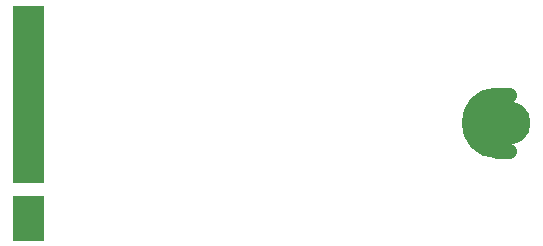
<source format=gbs>
G04 #@! TF.FileFunction,Soldermask,Bot*
%FSLAX46Y46*%
G04 Gerber Fmt 4.6, Leading zero omitted, Abs format (unit mm)*
G04 Created by KiCad (PCBNEW 4.0.7) date Fri Mar 16 17:18:46 2018*
%MOMM*%
%LPD*%
G01*
G04 APERTURE LIST*
%ADD10C,0.100000*%
%ADD11C,1.250000*%
%ADD12C,1.000000*%
%ADD13R,2.350000X0.500000*%
%ADD14C,3.650000*%
%ADD15C,0.000010*%
G04 APERTURE END LIST*
D10*
D11*
X159850000Y-92625000D02*
G75*
G03X159850000Y-97375000I0J-2375000D01*
G01*
X159850000Y-97375000D02*
X160850000Y-97375000D01*
X159850000Y-92625000D02*
X160850000Y-92625000D01*
D12*
X160850000Y-92750000D02*
G75*
G03X160850000Y-97250000I0J-2250000D01*
G01*
D13*
X120250000Y-104000000D03*
X120250000Y-103500000D03*
X120250000Y-103000000D03*
X120250000Y-102500000D03*
X120250000Y-102000000D03*
X120250000Y-99500000D03*
X120250000Y-99000000D03*
X120250000Y-98500000D03*
X120250000Y-98000000D03*
X120250000Y-97500000D03*
X120250000Y-97000000D03*
X120250000Y-96500000D03*
X120250000Y-96000000D03*
X120250000Y-95500000D03*
X120250000Y-95000000D03*
X120250000Y-94500000D03*
X120250000Y-94000000D03*
X120250000Y-93500000D03*
X120250000Y-93000000D03*
X120250000Y-92500000D03*
X120250000Y-92000000D03*
X120250000Y-91500000D03*
X120250000Y-91000000D03*
X120250000Y-90500000D03*
X120250000Y-90000000D03*
X120250000Y-89500000D03*
X120250000Y-89000000D03*
X120250000Y-88500000D03*
X120250000Y-88000000D03*
X120250000Y-87500000D03*
X120250000Y-87000000D03*
X120250000Y-86500000D03*
X120250000Y-86000000D03*
D14*
X160850000Y-95000000D03*
D15*
G36*
X121424995Y-100024995D02*
X118850005Y-100024995D01*
X118850005Y-85075005D01*
X121424995Y-85075005D01*
X121424995Y-100024995D01*
X121424995Y-100024995D01*
G37*
X121424995Y-100024995D02*
X118850005Y-100024995D01*
X118850005Y-85075005D01*
X121424995Y-85075005D01*
X121424995Y-100024995D01*
G36*
X121424995Y-104924995D02*
X118850005Y-104924995D01*
X118850005Y-101225005D01*
X121424995Y-101225005D01*
X121424995Y-104924995D01*
X121424995Y-104924995D01*
G37*
X121424995Y-104924995D02*
X118850005Y-104924995D01*
X118850005Y-101225005D01*
X121424995Y-101225005D01*
X121424995Y-104924995D01*
M02*

</source>
